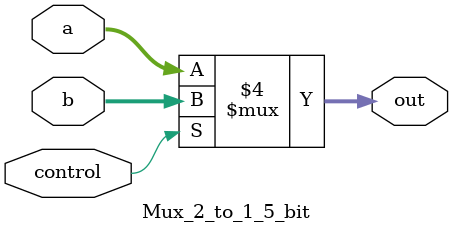
<source format=v>
module Mux_2_to_1_5_bit(out , a , b , control);

output reg [4:0] out;

input [4:0] a, b;

input control;

always@(*)

begin
	if(control == 1)
	begin
	
	out = b;

	end

	else

	begin
	out = a;

	end



end

endmodule 



</source>
